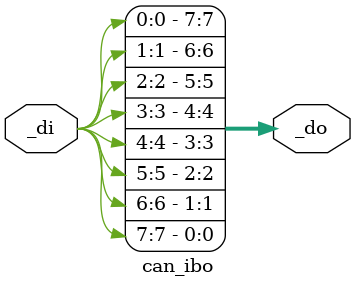
<source format=v>


module can_ibo
( 
  _di,
  _do
);

input   [7:0] _di;
output  [7:0] _do;

assign _do[0] = _di[7];
assign _do[1] = _di[6];
assign _do[2] = _di[5];
assign _do[3] = _di[4];
assign _do[4] = _di[3];
assign _do[5] = _di[2];
assign _do[6] = _di[1];
assign _do[7] = _di[0];

endmodule

</source>
